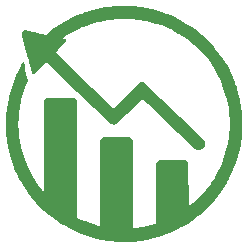
<source format=gbo>
G04 Layer: BottomSilkscreenLayer*
G04 EasyEDA v6.5.50, 2025-06-19 07:24:45*
G04 7d549219ca2640139f8de253ff9de405,3f078cb1506742e7acfa9f53f525b8a4,10*
G04 Gerber Generator version 0.2*
G04 Scale: 100 percent, Rotated: No, Reflected: No *
G04 Dimensions in millimeters *
G04 leading zeros omitted , absolute positions ,4 integer and 5 decimal *
%FSLAX45Y45*%
%MOMM*%

%ADD10C,0.0001*%

%LPD*%
G36*
X2942742Y4828133D02*
G01*
X2889097Y4823968D01*
X2864967Y4821123D01*
X2838856Y4818837D01*
X2836367Y4817262D01*
X2814015Y4814620D01*
X2799283Y4811725D01*
X2782722Y4807813D01*
X2774289Y4807813D01*
X2768752Y4804867D01*
X2755036Y4802530D01*
X2740253Y4799431D01*
X2735681Y4797094D01*
X2724200Y4795469D01*
X2718816Y4793030D01*
X2708097Y4790440D01*
X2696006Y4787188D01*
X2687574Y4783531D01*
X2684322Y4783531D01*
X2670556Y4779111D01*
X2666441Y4777130D01*
X2657246Y4775098D01*
X2653131Y4772964D01*
X2635707Y4767021D01*
X2627223Y4763312D01*
X2623108Y4763312D01*
X2621584Y4760823D01*
X2612999Y4758893D01*
X2608884Y4756708D01*
X2586888Y4747107D01*
X2585262Y4747107D01*
X2553919Y4732934D01*
X2494889Y4703013D01*
X2478786Y4694174D01*
X2450642Y4677918D01*
X2392984Y4639513D01*
X2342235Y4601006D01*
X2332888Y4593285D01*
X2331161Y4593285D01*
X2322626Y4584903D01*
X2316581Y4584852D01*
X2301798Y4586884D01*
X2299055Y4589068D01*
X2284374Y4590796D01*
X2279040Y4593234D01*
X2246833Y4599330D01*
X2244140Y4601108D01*
X2228088Y4603038D01*
X2225395Y4605121D01*
X2210765Y4607102D01*
X2206599Y4609338D01*
X2191867Y4612030D01*
X2173071Y4616399D01*
X2155190Y4619599D01*
X2153208Y4621631D01*
X2139391Y4621631D01*
X2128774Y4616450D01*
X2121712Y4609338D01*
X2117140Y4599635D01*
X2118461Y4576419D01*
X2129180Y4537252D01*
X2136495Y4508957D01*
X2156510Y4436059D01*
X2160371Y4423562D01*
X2160371Y4418177D01*
X2164384Y4410405D01*
X2164384Y4405376D01*
X2168245Y4392879D01*
X2176678Y4361840D01*
X2180488Y4349699D01*
X2180488Y4345279D01*
X2184450Y4337558D01*
X2184501Y4328922D01*
X2186889Y4327448D01*
X2188718Y4317288D01*
X2192426Y4305147D01*
X2196693Y4288993D01*
X2200554Y4275836D01*
X2200554Y4270908D01*
X2203094Y4269333D01*
X2204923Y4257192D01*
X2214626Y4249166D01*
X2224328Y4249166D01*
X2235149Y4257090D01*
X2239111Y4262780D01*
X2266950Y4291787D01*
X2286609Y4313275D01*
X2323033Y4350359D01*
X2326894Y4350359D01*
X2351430Y4326534D01*
X2370531Y4309211D01*
X2430576Y4249826D01*
X2450693Y4230928D01*
X2540508Y4144314D01*
X2552344Y4133799D01*
X2584856Y4101388D01*
X2623616Y4063593D01*
X2655417Y4033926D01*
X2801264Y3892905D01*
X2865780Y3831590D01*
X2877616Y3824122D01*
X2896717Y3820109D01*
X2914142Y3824173D01*
X2919933Y3827475D01*
X2926537Y3832351D01*
X3004362Y3908450D01*
X3136544Y4040581D01*
X3140659Y4042918D01*
X3188208Y3996131D01*
X3276701Y3911142D01*
X3314141Y3876090D01*
X3355898Y3835552D01*
X3382568Y3810203D01*
X3438855Y3755745D01*
X3481781Y3715664D01*
X3514191Y3684422D01*
X3558133Y3642614D01*
X3583076Y3618382D01*
X3591712Y3613912D01*
X3601872Y3609543D01*
X3627170Y3609543D01*
X3643782Y3616960D01*
X3656482Y3628390D01*
X3664559Y3641242D01*
X3668826Y3655923D01*
X3668826Y3673144D01*
X3660698Y3692753D01*
X3633266Y3719576D01*
X3591814Y3758641D01*
X3566261Y3783228D01*
X3559251Y3789679D01*
X3514344Y3832860D01*
X3456279Y3889552D01*
X3418636Y3925976D01*
X3397300Y3946093D01*
X3318052Y4023156D01*
X3296716Y4043121D01*
X3261867Y4077208D01*
X3208426Y4128363D01*
X3161284Y4174439D01*
X3147872Y4180992D01*
X3119729Y4180992D01*
X3106318Y4174591D01*
X2894431Y3961739D01*
X2891790Y3961739D01*
X2846222Y4006443D01*
X2792577Y4058107D01*
X2717800Y4131106D01*
X2715768Y4132427D01*
X2673400Y4172915D01*
X2610205Y4235094D01*
X2560777Y4282236D01*
X2509672Y4332274D01*
X2488336Y4352391D01*
X2453436Y4386122D01*
X2405786Y4433366D01*
X2426512Y4455058D01*
X2461361Y4492701D01*
X2489555Y4521962D01*
X2494076Y4530750D01*
X2490165Y4544009D01*
X2481173Y4550206D01*
X2470759Y4551680D01*
X2463444Y4554423D01*
X2500833Y4579569D01*
X2536850Y4601362D01*
X2539593Y4601362D01*
X2540508Y4603394D01*
X2553919Y4610862D01*
X2602179Y4634738D01*
X2627274Y4646269D01*
X2641041Y4651552D01*
X2686964Y4668520D01*
X2730906Y4682185D01*
X2757728Y4689348D01*
X2775153Y4693412D01*
X2785872Y4695494D01*
X2800604Y4698746D01*
X2815539Y4702556D01*
X2824988Y4702556D01*
X2838145Y4706620D01*
X2852064Y4706620D01*
X2859532Y4709464D01*
X2890469Y4712004D01*
X2905201Y4714443D01*
X2953461Y4716729D01*
X3024530Y4716729D01*
X3078175Y4713528D01*
X3087522Y4710684D01*
X3103727Y4710684D01*
X3119170Y4706620D01*
X3130702Y4706620D01*
X3143859Y4702606D01*
X3153765Y4702556D01*
X3161284Y4699558D01*
X3177387Y4697577D01*
X3224326Y4686096D01*
X3252470Y4678070D01*
X3300729Y4662220D01*
X3319526Y4655261D01*
X3358387Y4638802D01*
X3398621Y4619599D01*
X3399993Y4618228D01*
X3421430Y4607458D01*
X3422751Y4606086D01*
X3433470Y4600702D01*
X3444240Y4593640D01*
X3455415Y4587189D01*
X3475075Y4575200D01*
X3477768Y4572914D01*
X3491179Y4564176D01*
X3513937Y4548276D01*
X3552850Y4518660D01*
X3578301Y4498136D01*
X3579672Y4496612D01*
X3619855Y4460087D01*
X3666794Y4408982D01*
X3699103Y4368596D01*
X3718610Y4341622D01*
X3725773Y4330801D01*
X3727297Y4329480D01*
X3733698Y4318660D01*
X3735324Y4317288D01*
X3741775Y4306519D01*
X3743502Y4305147D01*
X3747262Y4297984D01*
X3764026Y4270654D01*
X3764026Y4269079D01*
X3773170Y4253890D01*
X3794607Y4210710D01*
X3802938Y4192473D01*
X3815334Y4162145D01*
X3824681Y4136491D01*
X3841343Y4085183D01*
X3850081Y4052824D01*
X3853027Y4043375D01*
X3855008Y4031234D01*
X3860952Y4006951D01*
X3862933Y3993438D01*
X3868877Y3962400D01*
X3870756Y3939387D01*
X3872737Y3936187D01*
X3875328Y3897629D01*
X3877818Y3874719D01*
X3877818Y3780231D01*
X3875278Y3757269D01*
X3872737Y3723538D01*
X3869944Y3714140D01*
X3869944Y3700373D01*
X3865930Y3687114D01*
X3865829Y3674973D01*
X3861917Y3664204D01*
X3861917Y3655568D01*
X3858971Y3647998D01*
X3856736Y3634486D01*
X3850132Y3608832D01*
X3841800Y3579164D01*
X3824071Y3525164D01*
X3809898Y3488639D01*
X3796995Y3459073D01*
X3772560Y3410508D01*
X3762654Y3394303D01*
X3759708Y3386886D01*
X3757320Y3386886D01*
X3757320Y3383229D01*
X3749294Y3372053D01*
X3749294Y3369513D01*
X3745788Y3365957D01*
X3739337Y3355136D01*
X3737711Y3353815D01*
X3731310Y3342995D01*
X3729837Y3341674D01*
X3715258Y3320084D01*
X3690975Y3287674D01*
X3688130Y3284677D01*
X3678885Y3273094D01*
X3646830Y3235045D01*
X3598418Y3186125D01*
X3542131Y3138728D01*
X3530092Y3130651D01*
X3529482Y3131261D01*
X3528669Y3496868D01*
X3522878Y3507638D01*
X3513937Y3515918D01*
X3505911Y3521151D01*
X3277971Y3521151D01*
X3267252Y3515969D01*
X3259124Y3507638D01*
X3253841Y3499561D01*
X3253079Y2983484D01*
X3201517Y2969717D01*
X3187903Y2965856D01*
X3182975Y2965856D01*
X3169361Y2961944D01*
X3147872Y2957576D01*
X3135833Y2954731D01*
X3118408Y2952546D01*
X3096920Y2949498D01*
X3071469Y2945333D01*
X3060750Y2946247D01*
X3059379Y3688486D01*
X3053130Y3701287D01*
X3043428Y3709314D01*
X3027375Y3714800D01*
X2814675Y3714800D01*
X2798216Y3710178D01*
X2784500Y3697528D01*
X2780588Y3687114D01*
X2779166Y2963824D01*
X2776474Y2963976D01*
X2768447Y2966008D01*
X2742946Y2973933D01*
X2679344Y2995625D01*
X2659837Y3003600D01*
X2657551Y3003651D01*
X2642412Y3010204D01*
X2627630Y3016046D01*
X2604871Y3026257D01*
X2590088Y3032506D01*
X2584145Y3036671D01*
X2583992Y4021785D01*
X2581605Y4032199D01*
X2573782Y4042003D01*
X2559354Y4050792D01*
X2335326Y4050741D01*
X2324608Y4045813D01*
X2315514Y4038092D01*
X2309164Y4023715D01*
X2309164Y3248304D01*
X2307336Y3246475D01*
X2299614Y3255314D01*
X2284374Y3274212D01*
X2283002Y3275533D01*
X2268372Y3294430D01*
X2266899Y3295802D01*
X2256586Y3310432D01*
X2254097Y3313328D01*
X2237435Y3337255D01*
X2234692Y3340303D01*
X2228189Y3351123D01*
X2226716Y3352444D01*
X2200859Y3395624D01*
X2192121Y3411829D01*
X2166061Y3464458D01*
X2150618Y3502151D01*
X2141372Y3527907D01*
X2132634Y3553510D01*
X2116124Y3609238D01*
X2116124Y3615080D01*
X2113127Y3620668D01*
X2110841Y3634486D01*
X2107844Y3649319D01*
X2104034Y3663086D01*
X2104034Y3672281D01*
X2100021Y3685540D01*
X2100021Y3699764D01*
X2097125Y3707384D01*
X2094636Y3737051D01*
X2092198Y3753256D01*
X2091943Y3782923D01*
X2089099Y3812641D01*
X2092045Y3894937D01*
X2094788Y3917899D01*
X2097074Y3947566D01*
X2100021Y3955186D01*
X2100122Y3970528D01*
X2103983Y3981297D01*
X2104136Y3993438D01*
X2108047Y4004259D01*
X2108047Y4013098D01*
X2112060Y4022801D01*
X2112060Y4029659D01*
X2128215Y4087926D01*
X2142744Y4132427D01*
X2151989Y4158081D01*
X2166721Y4194505D01*
X2172665Y4207205D01*
X2171750Y4212031D01*
X2162352Y4212945D01*
X2160320Y4214926D01*
X2148078Y4288993D01*
X2145690Y4307027D01*
X2144166Y4313275D01*
X2137765Y4357268D01*
X2134463Y4361281D01*
X2128215Y4355338D01*
X2126691Y4350410D01*
X2111806Y4324045D01*
X2109368Y4318660D01*
X2102815Y4307890D01*
X2102713Y4303166D01*
X2100072Y4303166D01*
X2098243Y4295698D01*
X2096516Y4294378D01*
X2090623Y4282795D01*
X2090623Y4280001D01*
X2086610Y4275937D01*
X2086610Y4270756D01*
X2084120Y4270756D01*
X2082342Y4264660D01*
X2072030Y4241749D01*
X2055875Y4203954D01*
X2054148Y4196537D01*
X2051761Y4195013D01*
X2051710Y4190441D01*
X2047697Y4182719D01*
X2047697Y4178249D01*
X2043938Y4172762D01*
X2042058Y4162755D01*
X2039924Y4161434D01*
X2038096Y4150664D01*
X2035657Y4149140D01*
X2035657Y4141724D01*
X2031695Y4136491D01*
X2031593Y4129735D01*
X2027631Y4122013D01*
X2027580Y4116222D01*
X2023567Y4108500D01*
X2023618Y4104081D01*
X2019807Y4091940D01*
X2008733Y4047439D01*
X2006193Y4031742D01*
X2003501Y4026662D01*
X2003501Y4017467D01*
X1999488Y4004259D01*
X1999437Y3994302D01*
X1996541Y3986682D01*
X1994357Y3966464D01*
X1991461Y3947566D01*
X1987448Y3911142D01*
X1983028Y3851757D01*
X1984400Y3770782D01*
X1987448Y3734358D01*
X1991461Y3701948D01*
X1991461Y3691178D01*
X1995424Y3676345D01*
X1995424Y3663696D01*
X1998319Y3656076D01*
X2000504Y3638550D01*
X2003704Y3622344D01*
X2006295Y3613658D01*
X2008733Y3600754D01*
X2015947Y3571087D01*
X2019554Y3562553D01*
X2019554Y3555847D01*
X2023567Y3548126D01*
X2023567Y3542385D01*
X2027580Y3534613D01*
X2027682Y3527907D01*
X2031644Y3522624D01*
X2031695Y3515715D01*
X2035657Y3510483D01*
X2035657Y3505911D01*
X2039670Y3498189D01*
X2039670Y3493770D01*
X2043684Y3486048D01*
X2043684Y3481476D01*
X2046071Y3480003D01*
X2047798Y3472535D01*
X2054301Y3457701D01*
X2064105Y3433419D01*
X2078837Y3401060D01*
X2096007Y3365957D01*
X2103882Y3351123D01*
X2106726Y3347821D01*
X2106726Y3346246D01*
X2124506Y3314649D01*
X2143302Y3284982D01*
X2160524Y3259328D01*
X2173376Y3241040D01*
X2178456Y3235045D01*
X2182977Y3228035D01*
X2186584Y3224276D01*
X2199487Y3207258D01*
X2204110Y3202686D01*
X2216556Y3186480D01*
X2227681Y3174339D01*
X2238806Y3160928D01*
X2253538Y3144875D01*
X2289962Y3108198D01*
X2304592Y3094736D01*
X2329992Y3072231D01*
X2348738Y3057042D01*
X2352497Y3053334D01*
X2367534Y3042310D01*
X2371547Y3038652D01*
X2405227Y3013405D01*
X2433218Y2994558D01*
X2452014Y2982518D01*
X2488590Y2960420D01*
X2489758Y2960420D01*
X2517749Y2944723D01*
X2548534Y2929737D01*
X2587396Y2912262D01*
X2604871Y2905252D01*
X2617419Y2899714D01*
X2620314Y2899714D01*
X2624937Y2897174D01*
X2634081Y2892958D01*
X2637028Y2892958D01*
X2644495Y2889046D01*
X2653842Y2887268D01*
X2655265Y2884881D01*
X2659837Y2884881D01*
X2667508Y2880817D01*
X2673248Y2880715D01*
X2679954Y2876854D01*
X2685288Y2876753D01*
X2692247Y2873095D01*
X2702712Y2871114D01*
X2705404Y2869031D01*
X2716123Y2867101D01*
X2718816Y2865018D01*
X2730652Y2863189D01*
X2733548Y2861259D01*
X2748330Y2857804D01*
X2759049Y2855671D01*
X2768447Y2852674D01*
X2783179Y2849676D01*
X2797911Y2847390D01*
X2805480Y2844393D01*
X2815590Y2844393D01*
X2828747Y2840380D01*
X2840837Y2840329D01*
X2855569Y2836316D01*
X2871673Y2836214D01*
X2882392Y2833522D01*
X2922625Y2830982D01*
X2954832Y2828239D01*
X3016504Y2828137D01*
X3074162Y2832303D01*
X3102305Y2836316D01*
X3115970Y2836316D01*
X3129127Y2840329D01*
X3141522Y2840329D01*
X3152902Y2844393D01*
X3162655Y2844444D01*
X3175812Y2848457D01*
X3184093Y2848457D01*
X3194812Y2852369D01*
X3204718Y2852470D01*
X3206292Y2855010D01*
X3218942Y2856687D01*
X3223056Y2858871D01*
X3232353Y2860649D01*
X3247136Y2864866D01*
X3259175Y2868676D01*
X3265068Y2868676D01*
X3266592Y2871165D01*
X3277514Y2872994D01*
X3284677Y2876753D01*
X3289046Y2876804D01*
X3296716Y2880817D01*
X3301136Y2880817D01*
X3308807Y2884881D01*
X3314649Y2884881D01*
X3316224Y2887370D01*
X3324402Y2889199D01*
X3331565Y2892958D01*
X3336137Y2892958D01*
X3337661Y2895447D01*
X3346246Y2897378D01*
X3350361Y2899613D01*
X3367125Y2906471D01*
X3371799Y2908198D01*
X3388766Y2915920D01*
X3390239Y2915920D01*
X3424123Y2932277D01*
X3464356Y2952292D01*
X3491179Y2967431D01*
X3520643Y2985211D01*
X3558184Y3010509D01*
X3571595Y3020060D01*
X3591712Y3035147D01*
X3593033Y3036925D01*
X3607206Y3046882D01*
X3611930Y3051556D01*
X3622344Y3059633D01*
X3631946Y3067710D01*
X3633266Y3069183D01*
X3660089Y3091891D01*
X3724452Y3156458D01*
X3750614Y3187039D01*
X3766007Y3205886D01*
X3777386Y3218840D01*
X3777437Y3220669D01*
X3780942Y3224276D01*
X3802227Y3252978D01*
X3806240Y3259023D01*
X3808933Y3262071D01*
X3834790Y3301187D01*
X3851198Y3328924D01*
X3851198Y3330244D01*
X3862781Y3349751D01*
X3868826Y3362553D01*
X3871264Y3364077D01*
X3871264Y3369310D01*
X3873906Y3369310D01*
X3875735Y3376726D01*
X3877513Y3378098D01*
X3891178Y3406444D01*
X3906164Y3439312D01*
X3906164Y3440988D01*
X3916883Y3465829D01*
X3921861Y3477971D01*
X3925112Y3487420D01*
X3927856Y3496868D01*
X3930294Y3499408D01*
X3930294Y3503574D01*
X3934053Y3510838D01*
X3935933Y3519779D01*
X3938015Y3522472D01*
X3939997Y3531819D01*
X3941978Y3535984D01*
X3946347Y3549853D01*
X3946347Y3554120D01*
X3950106Y3562959D01*
X3961231Y3607511D01*
X3963415Y3619652D01*
X3970528Y3650691D01*
X3970528Y3660140D01*
X3974541Y3673398D01*
X3974642Y3685794D01*
X3978452Y3703320D01*
X3978554Y3717036D01*
X3983024Y3746500D01*
X3983024Y3900322D01*
X3978554Y3929837D01*
X3978503Y3946194D01*
X3975760Y3957015D01*
X3973423Y3979926D01*
X3967530Y4010964D01*
X3965498Y4025849D01*
X3962298Y4040682D01*
X3958437Y4054398D01*
X3958437Y4061256D01*
X3954424Y4070959D01*
X3954424Y4077462D01*
X3950411Y4085183D01*
X3950411Y4093819D01*
X3947922Y4095343D01*
X3946042Y4106773D01*
X3942334Y4114088D01*
X3942334Y4120642D01*
X3938320Y4128363D01*
X3938320Y4133138D01*
X3935831Y4137812D01*
X3929887Y4158081D01*
X3926281Y4166565D01*
X3926281Y4169257D01*
X3922268Y4176979D01*
X3922217Y4181144D01*
X3919982Y4183735D01*
X3915206Y4197197D01*
X3895699Y4243070D01*
X3879138Y4278172D01*
X3876852Y4282236D01*
X3859326Y4317288D01*
X3837482Y4355084D01*
X3809085Y4398264D01*
X3790696Y4423918D01*
X3756812Y4466945D01*
X3752596Y4471365D01*
X3747211Y4477918D01*
X3742740Y4484268D01*
X3717848Y4511649D01*
X3672179Y4557522D01*
X3656076Y4572355D01*
X3643884Y4583176D01*
X3631946Y4593031D01*
X3625240Y4598974D01*
X3609136Y4611370D01*
X3607815Y4613148D01*
X3559556Y4649266D01*
X3528720Y4669790D01*
X3485794Y4695494D01*
X3460292Y4709363D01*
X3414725Y4731969D01*
X3399993Y4738725D01*
X3359200Y4756556D01*
X3355238Y4756556D01*
X3353663Y4759045D01*
X3345078Y4760925D01*
X3340963Y4763109D01*
X3331972Y4767275D01*
X3322828Y4769002D01*
X3321354Y4771390D01*
X3316833Y4771440D01*
X3309162Y4775454D01*
X3304794Y4775454D01*
X3297072Y4779518D01*
X3292703Y4779518D01*
X3285744Y4783175D01*
X3275634Y4785106D01*
X3271265Y4787392D01*
X3228340Y4798466D01*
X3215792Y4800904D01*
X3210407Y4803800D01*
X3202533Y4803800D01*
X3191154Y4807813D01*
X3182416Y4807813D01*
X3171037Y4811877D01*
X3161080Y4811877D01*
X3147872Y4815890D01*
X3135833Y4815992D01*
X3119729Y4819904D01*
X3107232Y4819954D01*
X3086201Y4824018D01*
X3064764Y4824272D01*
X3031236Y4827727D01*
G37*
M02*

</source>
